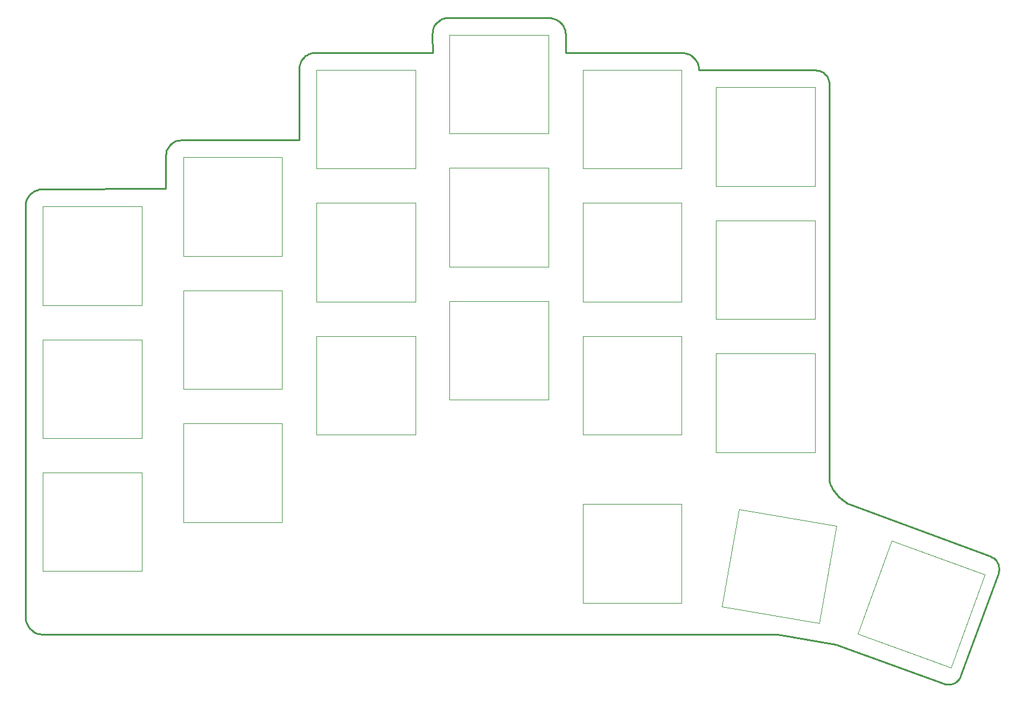
<source format=gbr>
%TF.GenerationSoftware,KiCad,Pcbnew,(5.1.10)-1*%
%TF.CreationDate,2021-12-10T09:46:56-08:00*%
%TF.ProjectId,6col-switchplate,36636f6c-2d73-4776-9974-6368706c6174,rev?*%
%TF.SameCoordinates,Original*%
%TF.FileFunction,Profile,NP*%
%FSLAX46Y46*%
G04 Gerber Fmt 4.6, Leading zero omitted, Abs format (unit mm)*
G04 Created by KiCad (PCBNEW (5.1.10)-1) date 2021-12-10 09:46:56*
%MOMM*%
%LPD*%
G01*
G04 APERTURE LIST*
%TA.AperFunction,Profile*%
%ADD10C,0.050000*%
%TD*%
%TA.AperFunction,Profile*%
%ADD11C,0.250000*%
%TD*%
G04 APERTURE END LIST*
D10*
X154989002Y-105752329D02*
X150166518Y-119001995D01*
X150166518Y-119001995D02*
X163416184Y-123824479D01*
X168238668Y-110574813D02*
X154989002Y-105752329D01*
X163416184Y-123824479D02*
X168238668Y-110574813D01*
X133193918Y-101191290D02*
X130745479Y-115077079D01*
X130745479Y-115077079D02*
X144631268Y-117525518D01*
X147079707Y-103639729D02*
X133193918Y-101191290D01*
X144631268Y-117525518D02*
X147079707Y-103639729D01*
X129942593Y-40978404D02*
X129942593Y-55078404D01*
X129942593Y-55078404D02*
X144042593Y-55078404D01*
X144042593Y-40978404D02*
X129942593Y-40978404D01*
X144042593Y-55078404D02*
X144042593Y-40978404D01*
X129942593Y-59978404D02*
X129942593Y-74078404D01*
X129942593Y-74078404D02*
X144042593Y-74078404D01*
X144042593Y-59978404D02*
X129942593Y-59978404D01*
X144042593Y-74078404D02*
X144042593Y-59978404D01*
X129942593Y-78978404D02*
X129942593Y-93078404D01*
X129942593Y-93078404D02*
X144042593Y-93078404D01*
X144042593Y-78978404D02*
X129942593Y-78978404D01*
X144042593Y-93078404D02*
X144042593Y-78978404D01*
X110942593Y-100478404D02*
X110942593Y-114578404D01*
X110942593Y-114578404D02*
X125042593Y-114578404D01*
X125042593Y-100478404D02*
X110942593Y-100478404D01*
X125042593Y-114578404D02*
X125042593Y-100478404D01*
X110942593Y-76478404D02*
X110942593Y-90578404D01*
X110942593Y-90578404D02*
X125042593Y-90578404D01*
X125042593Y-76478404D02*
X110942593Y-76478404D01*
X125042593Y-90578404D02*
X125042593Y-76478404D01*
X110942593Y-57478404D02*
X110942593Y-71578404D01*
X110942593Y-71578404D02*
X125042593Y-71578404D01*
X125042593Y-57478404D02*
X110942593Y-57478404D01*
X125042593Y-71578404D02*
X125042593Y-57478404D01*
X110942593Y-38478404D02*
X110942593Y-52578404D01*
X110942593Y-52578404D02*
X125042593Y-52578404D01*
X125042593Y-38478404D02*
X110942593Y-38478404D01*
X125042593Y-52578404D02*
X125042593Y-38478404D01*
X91942593Y-33478404D02*
X91942593Y-47578404D01*
X91942593Y-47578404D02*
X106042593Y-47578404D01*
X106042593Y-33478404D02*
X91942593Y-33478404D01*
X106042593Y-47578404D02*
X106042593Y-33478404D01*
X91942593Y-52478404D02*
X91942593Y-66578404D01*
X91942593Y-66578404D02*
X106042593Y-66578404D01*
X106042593Y-52478404D02*
X91942593Y-52478404D01*
X106042593Y-66578404D02*
X106042593Y-52478404D01*
X91942593Y-71478404D02*
X91942593Y-85578404D01*
X91942593Y-85578404D02*
X106042593Y-85578404D01*
X106042593Y-71478404D02*
X91942593Y-71478404D01*
X106042593Y-85578404D02*
X106042593Y-71478404D01*
X72942593Y-76478404D02*
X72942593Y-90578404D01*
X72942593Y-90578404D02*
X87042593Y-90578404D01*
X87042593Y-76478404D02*
X72942593Y-76478404D01*
X87042593Y-90578404D02*
X87042593Y-76478404D01*
X72942593Y-57478404D02*
X72942593Y-71578404D01*
X72942593Y-71578404D02*
X87042593Y-71578404D01*
X87042593Y-57478404D02*
X72942593Y-57478404D01*
X87042593Y-71578404D02*
X87042593Y-57478404D01*
X72942593Y-38478404D02*
X72942593Y-52578404D01*
X72942593Y-52578404D02*
X87042593Y-52578404D01*
X87042593Y-38478404D02*
X72942593Y-38478404D01*
X87042593Y-52578404D02*
X87042593Y-38478404D01*
X53942593Y-88978404D02*
X53942593Y-103078404D01*
X53942593Y-103078404D02*
X68042593Y-103078404D01*
X68042593Y-88978404D02*
X53942593Y-88978404D01*
X68042593Y-103078404D02*
X68042593Y-88978404D01*
X53942593Y-69978404D02*
X53942593Y-84078404D01*
X53942593Y-84078404D02*
X68042593Y-84078404D01*
X68042593Y-69978404D02*
X53942593Y-69978404D01*
X68042593Y-84078404D02*
X68042593Y-69978404D01*
X53942593Y-50978404D02*
X53942593Y-65078404D01*
X53942593Y-65078404D02*
X68042593Y-65078404D01*
X68042593Y-50978404D02*
X53942593Y-50978404D01*
X68042593Y-65078404D02*
X68042593Y-50978404D01*
X33942593Y-57978404D02*
X33942593Y-72078404D01*
X33942593Y-72078404D02*
X48042593Y-72078404D01*
X48042593Y-57978404D02*
X33942593Y-57978404D01*
X48042593Y-72078404D02*
X48042593Y-57978404D01*
X33942593Y-76978404D02*
X33942593Y-91078404D01*
X33942593Y-91078404D02*
X48042593Y-91078404D01*
X48042593Y-76978404D02*
X33942593Y-76978404D01*
X48042593Y-91078404D02*
X48042593Y-76978404D01*
X48052593Y-95978404D02*
X33952593Y-95978404D01*
X48052593Y-110078404D02*
X48052593Y-95978404D01*
X33952593Y-110078404D02*
X48052593Y-110078404D01*
X33952593Y-95978404D02*
X33952593Y-110078404D01*
D11*
X148900593Y-100510404D02*
X148663172Y-100376573D01*
X148663172Y-100376573D02*
X148429738Y-100232140D01*
X148429738Y-100232140D02*
X148201230Y-100077305D01*
X148201230Y-100077305D02*
X147978589Y-99912266D01*
X147978589Y-99912266D02*
X147762754Y-99737223D01*
X147762754Y-99737223D02*
X147554665Y-99552375D01*
X147554665Y-99552375D02*
X147355262Y-99357920D01*
X147355262Y-99357920D02*
X147165485Y-99154058D01*
X147165485Y-99154058D02*
X146986274Y-98940988D01*
X146986274Y-98940988D02*
X146818569Y-98718910D01*
X146818569Y-98718910D02*
X146663309Y-98488022D01*
X146663309Y-98488022D02*
X146521435Y-98248523D01*
X146521435Y-98248523D02*
X146393887Y-98000612D01*
X146393887Y-98000612D02*
X146281603Y-97744490D01*
X146281603Y-97744490D02*
X146185525Y-97480354D01*
X146185525Y-97480354D02*
X146106593Y-97208404D01*
X127462596Y-38525458D02*
X144074593Y-38521704D01*
X33976667Y-119098131D02*
X33715033Y-119084763D01*
X33715033Y-119084763D02*
X33460967Y-119045843D01*
X33460967Y-119045843D02*
X33215753Y-118982657D01*
X33215753Y-118982657D02*
X32980678Y-118896489D01*
X32980678Y-118896489D02*
X32649884Y-118726961D01*
X32649884Y-118726961D02*
X32349129Y-118512958D01*
X32349129Y-118512958D02*
X32082750Y-118258821D01*
X32082750Y-118258821D02*
X31855083Y-117968889D01*
X31855083Y-117968889D02*
X31670466Y-117647502D01*
X31670466Y-117647502D02*
X31533235Y-117299000D01*
X31533235Y-117299000D02*
X31470216Y-117053744D01*
X31470216Y-117053744D02*
X31431469Y-116799652D01*
X31431469Y-116799652D02*
X31418282Y-116538009D01*
X162413393Y-126126304D02*
X146983414Y-120510248D01*
X146983414Y-120510248D02*
X138740593Y-119076352D01*
X31418282Y-116538009D02*
X31422229Y-57997936D01*
X138740593Y-119076352D02*
X33976667Y-119098131D01*
X31422229Y-57997936D02*
X31435175Y-57741511D01*
X31435175Y-57741511D02*
X31473142Y-57492473D01*
X31473142Y-57492473D02*
X31574259Y-57135518D01*
X31574259Y-57135518D02*
X31724609Y-56802261D01*
X31724609Y-56802261D02*
X31919952Y-56496949D01*
X31919952Y-56496949D02*
X32156051Y-56223829D01*
X32156051Y-56223829D02*
X32428668Y-55987148D01*
X32428668Y-55987148D02*
X32733563Y-55791155D01*
X32733563Y-55791155D02*
X33066499Y-55640096D01*
X33066499Y-55640096D02*
X33423237Y-55538219D01*
X33423237Y-55538219D02*
X33672193Y-55499721D01*
X33672193Y-55499721D02*
X33928589Y-55486229D01*
X89511871Y-36027018D02*
X89484135Y-33331526D01*
X70511889Y-48525643D02*
X70471881Y-38284649D01*
X106005278Y-31025537D02*
X106313215Y-31044701D01*
X106313215Y-31044701D02*
X106613888Y-31101315D01*
X106613888Y-31101315D02*
X106904061Y-31194028D01*
X106904061Y-31194028D02*
X107180498Y-31321490D01*
X107180498Y-31321490D02*
X107439962Y-31482351D01*
X107439962Y-31482351D02*
X107679218Y-31675260D01*
X107679218Y-31675260D02*
X107768538Y-31761096D01*
X51459396Y-55458404D02*
X51460425Y-50682975D01*
X126761564Y-36762361D02*
X126962212Y-36994499D01*
X126962212Y-36994499D02*
X127130979Y-37247640D01*
X127130979Y-37247640D02*
X127266564Y-37518502D01*
X127266564Y-37518502D02*
X127367664Y-37803801D01*
X127367664Y-37803801D02*
X127432977Y-38100256D01*
X127432977Y-38100256D02*
X127461201Y-38404585D01*
X127461201Y-38404585D02*
X127461814Y-38527787D01*
X72720645Y-36027071D02*
X89511871Y-36027018D01*
X71127405Y-36688835D02*
X71335810Y-36504045D01*
X71335810Y-36504045D02*
X71563483Y-36347632D01*
X71563483Y-36347632D02*
X71807524Y-36220801D01*
X71807524Y-36220801D02*
X72065032Y-36124756D01*
X72065032Y-36124756D02*
X72333107Y-36060703D01*
X72333107Y-36060703D02*
X72608850Y-36029848D01*
X72608850Y-36029848D02*
X72720645Y-36027071D01*
X91765892Y-31026073D02*
X106005278Y-31025537D01*
X51460425Y-50682975D02*
X51485301Y-50354530D01*
X51485301Y-50354530D02*
X51557434Y-50041640D01*
X51557434Y-50041640D02*
X51673165Y-49747961D01*
X51673165Y-49747961D02*
X51828835Y-49477152D01*
X51828835Y-49477152D02*
X52020786Y-49232871D01*
X52020786Y-49232871D02*
X52245360Y-49018776D01*
X52245360Y-49018776D02*
X52498898Y-48838525D01*
X52498898Y-48838525D02*
X52777742Y-48695775D01*
X52777742Y-48695775D02*
X53078234Y-48594186D01*
X53078234Y-48594186D02*
X53396715Y-48537414D01*
X53396715Y-48537414D02*
X53617224Y-48526272D01*
X33928589Y-55486229D02*
X51459396Y-55458404D01*
X108486229Y-33531712D02*
X108460889Y-36027407D01*
X125010556Y-36026790D02*
X125316792Y-36045966D01*
X125316792Y-36045966D02*
X125615713Y-36102614D01*
X125615713Y-36102614D02*
X125904065Y-36195366D01*
X125904065Y-36195366D02*
X126178591Y-36322853D01*
X126178591Y-36322853D02*
X126436035Y-36483708D01*
X126436035Y-36483708D02*
X126673144Y-36676564D01*
X126673144Y-36676564D02*
X126761564Y-36762361D01*
X107768538Y-31761096D02*
X107971552Y-31993428D01*
X107971552Y-31993428D02*
X108142841Y-32246945D01*
X108142841Y-32246945D02*
X108281087Y-32518395D01*
X108281087Y-32518395D02*
X108384974Y-32804530D01*
X108384974Y-32804530D02*
X108453183Y-33102097D01*
X108453183Y-33102097D02*
X108484397Y-33407848D01*
X108484397Y-33407848D02*
X108486229Y-33531712D01*
X90144071Y-31702802D02*
X90355854Y-31513892D01*
X90355854Y-31513892D02*
X90587422Y-31353964D01*
X90587422Y-31353964D02*
X90835796Y-31224261D01*
X90835796Y-31224261D02*
X91097999Y-31126024D01*
X91097999Y-31126024D02*
X91371053Y-31060496D01*
X91371053Y-31060496D02*
X91651982Y-31028919D01*
X91651982Y-31028919D02*
X91765892Y-31026073D01*
X70471881Y-38284649D02*
X70488034Y-38006588D01*
X70488034Y-38006588D02*
X70537891Y-37734902D01*
X70537891Y-37734902D02*
X70620257Y-37472494D01*
X70620257Y-37472494D02*
X70733940Y-37222271D01*
X70733940Y-37222271D02*
X70877745Y-36987138D01*
X70877745Y-36987138D02*
X71050478Y-36770000D01*
X71050478Y-36770000D02*
X71127405Y-36688835D01*
X108460889Y-36027407D02*
X125010556Y-36026790D01*
X89484135Y-33331526D02*
X89498856Y-33048112D01*
X89498856Y-33048112D02*
X89548092Y-32771026D01*
X89548092Y-32771026D02*
X89630632Y-32503259D01*
X89630632Y-32503259D02*
X89745264Y-32247799D01*
X89745264Y-32247799D02*
X89890778Y-32007637D01*
X89890778Y-32007637D02*
X90065961Y-31785762D01*
X90065961Y-31785762D02*
X90144071Y-31702802D01*
X53617224Y-48526272D02*
X70511889Y-48525643D01*
X169055493Y-107939904D02*
X148900593Y-100510404D01*
X164836161Y-124992600D02*
X170189197Y-110362672D01*
X169055493Y-107939904D02*
X169318602Y-108058808D01*
X169318602Y-108058808D02*
X169554800Y-108211934D01*
X169554800Y-108211934D02*
X169762171Y-108395186D01*
X169762171Y-108395186D02*
X169938798Y-108604470D01*
X169938798Y-108604470D02*
X170082766Y-108835692D01*
X170082766Y-108835692D02*
X170192159Y-109084757D01*
X170192159Y-109084757D02*
X170265060Y-109347570D01*
X170265060Y-109347570D02*
X170299554Y-109620037D01*
X170299554Y-109620037D02*
X170293724Y-109898063D01*
X170293724Y-109898063D02*
X170245655Y-110177553D01*
X170245655Y-110177553D02*
X170189197Y-110362672D01*
X164836161Y-124992600D02*
X164717256Y-125255709D01*
X164717256Y-125255709D02*
X164564130Y-125491907D01*
X164564130Y-125491907D02*
X164380878Y-125699278D01*
X164380878Y-125699278D02*
X164171594Y-125875905D01*
X164171594Y-125875905D02*
X163940372Y-126019873D01*
X163940372Y-126019873D02*
X163691307Y-126129266D01*
X163691307Y-126129266D02*
X163428494Y-126202167D01*
X163428494Y-126202167D02*
X163156027Y-126236661D01*
X163156027Y-126236661D02*
X162878001Y-126230831D01*
X162878001Y-126230831D02*
X162598511Y-126182762D01*
X162598511Y-126182762D02*
X162413393Y-126126304D01*
X144074593Y-38521704D02*
X144384520Y-38545166D01*
X144384520Y-38545166D02*
X144679710Y-38613304D01*
X144679710Y-38613304D02*
X144956646Y-38722745D01*
X144956646Y-38722745D02*
X145211812Y-38870118D01*
X145211812Y-38870118D02*
X145441691Y-39052050D01*
X145441691Y-39052050D02*
X145642768Y-39265169D01*
X145642768Y-39265169D02*
X145811525Y-39506102D01*
X145811525Y-39506102D02*
X145944447Y-39771477D01*
X145944447Y-39771477D02*
X146038018Y-40057922D01*
X146038018Y-40057922D02*
X146088721Y-40362064D01*
X146088721Y-40362064D02*
X146096972Y-40572992D01*
X146096972Y-40572992D02*
X146106593Y-97208404D01*
M02*

</source>
